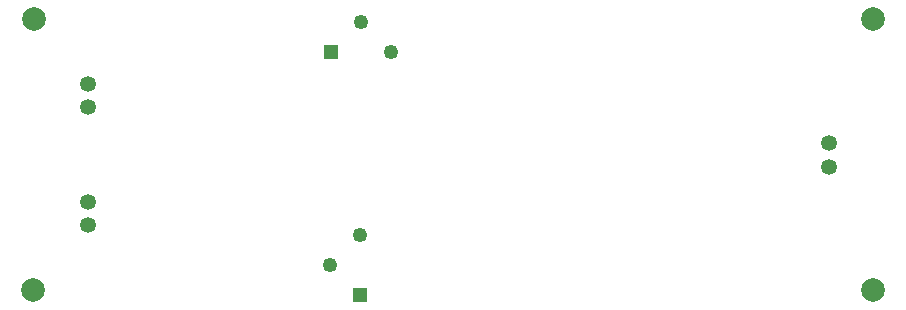
<source format=gbr>
G04*
G04 #@! TF.GenerationSoftware,Altium Limited,Altium Designer,23.8.1 (32)*
G04*
G04 Layer_Color=12632256*
%FSLAX43Y43*%
%MOMM*%
G71*
G04*
G04 #@! TF.SameCoordinates,4157314E-2F8B-4695-BFB2-F8FC6B21436D*
G04*
G04*
G04 #@! TF.FilePolarity,Positive*
G04*
G01*
G75*
%ADD42C,1.350*%
%ADD43C,2.000*%
%ADD44R,1.250X1.250*%
%ADD45C,1.250*%
%ADD46R,1.250X1.250*%
D42*
X7627Y20550D02*
D03*
Y18550D02*
D03*
Y10550D02*
D03*
Y8550D02*
D03*
X70373Y13500D02*
D03*
Y15500D02*
D03*
D43*
X3000Y3050D02*
D03*
X3050Y26050D02*
D03*
X74050Y3050D02*
D03*
Y26050D02*
D03*
D44*
X28160Y23210D02*
D03*
D45*
X30700Y25750D02*
D03*
X33240Y23210D02*
D03*
X28125Y5175D02*
D03*
X30665Y7715D02*
D03*
D46*
Y2635D02*
D03*
M02*

</source>
